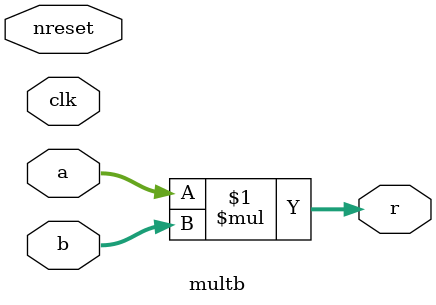
<source format=v>
/* ********************************************************************************* */
/*                      multiplier place holder                                      */
/*                                                                                   */
/*  Author:  Chuck Cox (chuck100@home.com)                                           */
/*                                                                                   */
/*                                                                                   */
/*                                                                                   */
/* ********************************************************************************* */


module multb
	(
	clk,			/* clock */
	nreset,			/* active low reset */
	a,			/* data input */
	b,			/* input data valid */
	r			/* filter pole coefficient */
	);

parameter	DATAWIDTH = 8;
parameter	COEFWIDTH = 8;

input 					clk;
input 					nreset;
input	[COEFWIDTH-2:0]			a;
input	[DATAWIDTH-2:0]			b;
output	[DATAWIDTH + COEFWIDTH - 3:0]	r;


assign r = a*b;


endmodule

</source>
